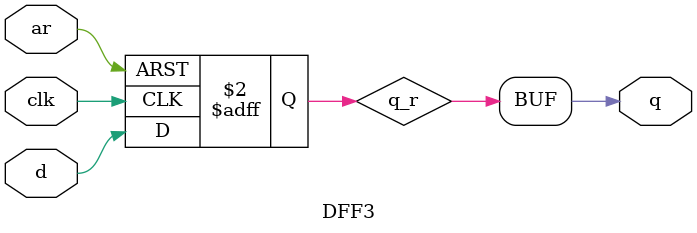
<source format=v>
module DFF3 (
    input clk,
    input d,
    input ar,   // asynchronous reset
    output q
);
    reg q_r;
    assign q = q_r;

    always @(posedge clk or posedge ar) begin
        if (ar) q_r <= 0;
        else q_r <= d;
    end
endmodule
</source>
